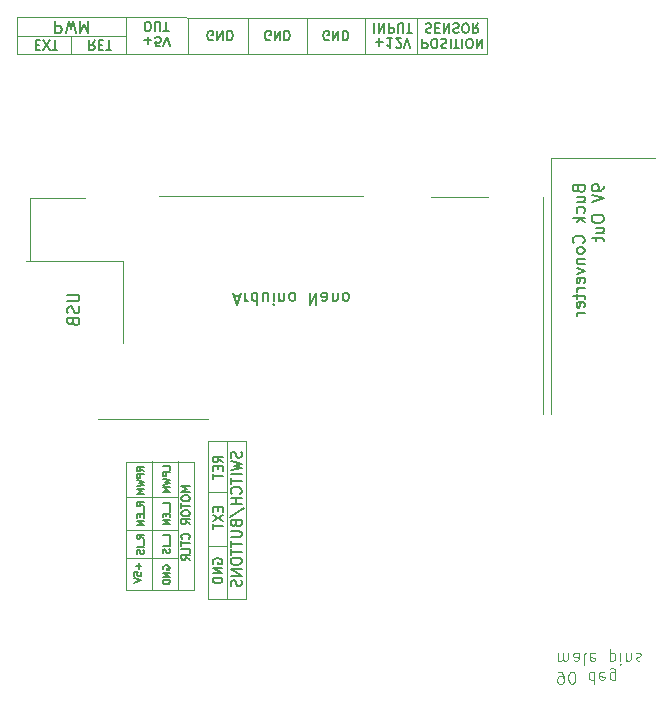
<source format=gbo>
G04 #@! TF.GenerationSoftware,KiCad,Pcbnew,9.0.4*
G04 #@! TF.CreationDate,2025-10-29T14:56:39-04:00*
G04 #@! TF.ProjectId,ArduinoBoard,41726475-696e-46f4-926f-6172642e6b69,1*
G04 #@! TF.SameCoordinates,Original*
G04 #@! TF.FileFunction,Legend,Bot*
G04 #@! TF.FilePolarity,Positive*
%FSLAX46Y46*%
G04 Gerber Fmt 4.6, Leading zero omitted, Abs format (unit mm)*
G04 Created by KiCad (PCBNEW 9.0.4) date 2025-10-29 14:56:39*
%MOMM*%
%LPD*%
G01*
G04 APERTURE LIST*
%ADD10C,0.100000*%
%ADD11C,0.200000*%
%ADD12C,0.150000*%
%ADD13C,0.175000*%
G04 APERTURE END LIST*
D10*
X60977500Y-80321250D02*
X62502500Y-80318750D01*
X89310000Y-73750000D02*
X89310000Y-55350000D01*
X53971042Y-83560000D02*
X58348542Y-83560000D01*
X53700000Y-67700000D02*
X53700000Y-60780000D01*
X54000000Y-40200000D02*
X54000000Y-43290000D01*
X62545000Y-76020000D02*
X62545000Y-89405000D01*
X89940000Y-52050000D02*
X98740000Y-52050000D01*
X45850000Y-55440105D02*
X50510000Y-55440000D01*
X58351042Y-77760000D02*
X58351042Y-88625000D01*
X56151042Y-77760000D02*
X56151042Y-88625000D01*
X56760456Y-55315407D02*
X74050000Y-55315338D01*
X60987500Y-84881250D02*
X62512500Y-84878750D01*
X89940000Y-73750000D02*
X89940000Y-52050000D01*
X60940000Y-76020000D02*
X64150000Y-76020000D01*
X64150000Y-89405000D01*
X60940000Y-89405000D01*
X60940000Y-76020000D01*
X45470000Y-60780000D02*
X53700000Y-60780000D01*
X53971042Y-77780000D02*
X59718542Y-77780000D01*
X59718542Y-88625000D01*
X53971042Y-88625000D01*
X53971042Y-77780000D01*
X53971042Y-80760000D02*
X58348542Y-80760000D01*
X79826438Y-55380000D02*
X84590000Y-55380000D01*
X45850000Y-60800000D02*
X45850000Y-55440105D01*
X53971042Y-85960000D02*
X58348542Y-85960000D01*
X51620000Y-74180000D02*
X60910000Y-74180000D01*
D11*
X61367790Y-86400476D02*
X61329695Y-86324286D01*
X61329695Y-86324286D02*
X61329695Y-86210000D01*
X61329695Y-86210000D02*
X61367790Y-86095714D01*
X61367790Y-86095714D02*
X61443980Y-86019524D01*
X61443980Y-86019524D02*
X61520171Y-85981429D01*
X61520171Y-85981429D02*
X61672552Y-85943333D01*
X61672552Y-85943333D02*
X61786838Y-85943333D01*
X61786838Y-85943333D02*
X61939219Y-85981429D01*
X61939219Y-85981429D02*
X62015409Y-86019524D01*
X62015409Y-86019524D02*
X62091600Y-86095714D01*
X62091600Y-86095714D02*
X62129695Y-86210000D01*
X62129695Y-86210000D02*
X62129695Y-86286191D01*
X62129695Y-86286191D02*
X62091600Y-86400476D01*
X62091600Y-86400476D02*
X62053504Y-86438572D01*
X62053504Y-86438572D02*
X61786838Y-86438572D01*
X61786838Y-86438572D02*
X61786838Y-86286191D01*
X62129695Y-86781429D02*
X61329695Y-86781429D01*
X61329695Y-86781429D02*
X62129695Y-87238572D01*
X62129695Y-87238572D02*
X61329695Y-87238572D01*
X62129695Y-87619524D02*
X61329695Y-87619524D01*
X61329695Y-87619524D02*
X61329695Y-87810000D01*
X61329695Y-87810000D02*
X61367790Y-87924286D01*
X61367790Y-87924286D02*
X61443980Y-88000476D01*
X61443980Y-88000476D02*
X61520171Y-88038571D01*
X61520171Y-88038571D02*
X61672552Y-88076667D01*
X61672552Y-88076667D02*
X61786838Y-88076667D01*
X61786838Y-88076667D02*
X61939219Y-88038571D01*
X61939219Y-88038571D02*
X62015409Y-88000476D01*
X62015409Y-88000476D02*
X62091600Y-87924286D01*
X62091600Y-87924286D02*
X62129695Y-87810000D01*
X62129695Y-87810000D02*
X62129695Y-87619524D01*
X62139695Y-77830952D02*
X61758742Y-77564285D01*
X62139695Y-77373809D02*
X61339695Y-77373809D01*
X61339695Y-77373809D02*
X61339695Y-77678571D01*
X61339695Y-77678571D02*
X61377790Y-77754761D01*
X61377790Y-77754761D02*
X61415885Y-77792856D01*
X61415885Y-77792856D02*
X61492076Y-77830952D01*
X61492076Y-77830952D02*
X61606361Y-77830952D01*
X61606361Y-77830952D02*
X61682552Y-77792856D01*
X61682552Y-77792856D02*
X61720647Y-77754761D01*
X61720647Y-77754761D02*
X61758742Y-77678571D01*
X61758742Y-77678571D02*
X61758742Y-77373809D01*
X61720647Y-78173809D02*
X61720647Y-78440475D01*
X62139695Y-78554761D02*
X62139695Y-78173809D01*
X62139695Y-78173809D02*
X61339695Y-78173809D01*
X61339695Y-78173809D02*
X61339695Y-78554761D01*
X61339695Y-78783333D02*
X61339695Y-79240476D01*
X62139695Y-79011904D02*
X61339695Y-79011904D01*
D12*
X55469813Y-81531429D02*
X55184099Y-81331429D01*
X55469813Y-81188572D02*
X54869813Y-81188572D01*
X54869813Y-81188572D02*
X54869813Y-81417143D01*
X54869813Y-81417143D02*
X54898384Y-81474286D01*
X54898384Y-81474286D02*
X54926956Y-81502857D01*
X54926956Y-81502857D02*
X54984099Y-81531429D01*
X54984099Y-81531429D02*
X55069813Y-81531429D01*
X55069813Y-81531429D02*
X55126956Y-81502857D01*
X55126956Y-81502857D02*
X55155527Y-81474286D01*
X55155527Y-81474286D02*
X55184099Y-81417143D01*
X55184099Y-81417143D02*
X55184099Y-81188572D01*
X55526956Y-81645715D02*
X55526956Y-82102857D01*
X55155527Y-82245715D02*
X55155527Y-82445715D01*
X55469813Y-82531429D02*
X55469813Y-82245715D01*
X55469813Y-82245715D02*
X54869813Y-82245715D01*
X54869813Y-82245715D02*
X54869813Y-82531429D01*
X55469813Y-82788572D02*
X54869813Y-82788572D01*
X54869813Y-82788572D02*
X55469813Y-83131429D01*
X55469813Y-83131429D02*
X54869813Y-83131429D01*
D11*
X92263437Y-54683006D02*
X92311056Y-54825863D01*
X92311056Y-54825863D02*
X92358675Y-54873482D01*
X92358675Y-54873482D02*
X92453913Y-54921101D01*
X92453913Y-54921101D02*
X92596770Y-54921101D01*
X92596770Y-54921101D02*
X92692008Y-54873482D01*
X92692008Y-54873482D02*
X92739628Y-54825863D01*
X92739628Y-54825863D02*
X92787247Y-54730625D01*
X92787247Y-54730625D02*
X92787247Y-54349673D01*
X92787247Y-54349673D02*
X91787247Y-54349673D01*
X91787247Y-54349673D02*
X91787247Y-54683006D01*
X91787247Y-54683006D02*
X91834866Y-54778244D01*
X91834866Y-54778244D02*
X91882485Y-54825863D01*
X91882485Y-54825863D02*
X91977723Y-54873482D01*
X91977723Y-54873482D02*
X92072961Y-54873482D01*
X92072961Y-54873482D02*
X92168199Y-54825863D01*
X92168199Y-54825863D02*
X92215818Y-54778244D01*
X92215818Y-54778244D02*
X92263437Y-54683006D01*
X92263437Y-54683006D02*
X92263437Y-54349673D01*
X92120580Y-55778244D02*
X92787247Y-55778244D01*
X92120580Y-55349673D02*
X92644389Y-55349673D01*
X92644389Y-55349673D02*
X92739628Y-55397292D01*
X92739628Y-55397292D02*
X92787247Y-55492530D01*
X92787247Y-55492530D02*
X92787247Y-55635387D01*
X92787247Y-55635387D02*
X92739628Y-55730625D01*
X92739628Y-55730625D02*
X92692008Y-55778244D01*
X92739628Y-56683006D02*
X92787247Y-56587768D01*
X92787247Y-56587768D02*
X92787247Y-56397292D01*
X92787247Y-56397292D02*
X92739628Y-56302054D01*
X92739628Y-56302054D02*
X92692008Y-56254435D01*
X92692008Y-56254435D02*
X92596770Y-56206816D01*
X92596770Y-56206816D02*
X92311056Y-56206816D01*
X92311056Y-56206816D02*
X92215818Y-56254435D01*
X92215818Y-56254435D02*
X92168199Y-56302054D01*
X92168199Y-56302054D02*
X92120580Y-56397292D01*
X92120580Y-56397292D02*
X92120580Y-56587768D01*
X92120580Y-56587768D02*
X92168199Y-56683006D01*
X92787247Y-57111578D02*
X91787247Y-57111578D01*
X92406294Y-57206816D02*
X92787247Y-57492530D01*
X92120580Y-57492530D02*
X92501532Y-57111578D01*
X92692008Y-59254435D02*
X92739628Y-59206816D01*
X92739628Y-59206816D02*
X92787247Y-59063959D01*
X92787247Y-59063959D02*
X92787247Y-58968721D01*
X92787247Y-58968721D02*
X92739628Y-58825864D01*
X92739628Y-58825864D02*
X92644389Y-58730626D01*
X92644389Y-58730626D02*
X92549151Y-58683007D01*
X92549151Y-58683007D02*
X92358675Y-58635388D01*
X92358675Y-58635388D02*
X92215818Y-58635388D01*
X92215818Y-58635388D02*
X92025342Y-58683007D01*
X92025342Y-58683007D02*
X91930104Y-58730626D01*
X91930104Y-58730626D02*
X91834866Y-58825864D01*
X91834866Y-58825864D02*
X91787247Y-58968721D01*
X91787247Y-58968721D02*
X91787247Y-59063959D01*
X91787247Y-59063959D02*
X91834866Y-59206816D01*
X91834866Y-59206816D02*
X91882485Y-59254435D01*
X92787247Y-59825864D02*
X92739628Y-59730626D01*
X92739628Y-59730626D02*
X92692008Y-59683007D01*
X92692008Y-59683007D02*
X92596770Y-59635388D01*
X92596770Y-59635388D02*
X92311056Y-59635388D01*
X92311056Y-59635388D02*
X92215818Y-59683007D01*
X92215818Y-59683007D02*
X92168199Y-59730626D01*
X92168199Y-59730626D02*
X92120580Y-59825864D01*
X92120580Y-59825864D02*
X92120580Y-59968721D01*
X92120580Y-59968721D02*
X92168199Y-60063959D01*
X92168199Y-60063959D02*
X92215818Y-60111578D01*
X92215818Y-60111578D02*
X92311056Y-60159197D01*
X92311056Y-60159197D02*
X92596770Y-60159197D01*
X92596770Y-60159197D02*
X92692008Y-60111578D01*
X92692008Y-60111578D02*
X92739628Y-60063959D01*
X92739628Y-60063959D02*
X92787247Y-59968721D01*
X92787247Y-59968721D02*
X92787247Y-59825864D01*
X92120580Y-60587769D02*
X92787247Y-60587769D01*
X92215818Y-60587769D02*
X92168199Y-60635388D01*
X92168199Y-60635388D02*
X92120580Y-60730626D01*
X92120580Y-60730626D02*
X92120580Y-60873483D01*
X92120580Y-60873483D02*
X92168199Y-60968721D01*
X92168199Y-60968721D02*
X92263437Y-61016340D01*
X92263437Y-61016340D02*
X92787247Y-61016340D01*
X92120580Y-61397293D02*
X92787247Y-61635388D01*
X92787247Y-61635388D02*
X92120580Y-61873483D01*
X92739628Y-62635388D02*
X92787247Y-62540150D01*
X92787247Y-62540150D02*
X92787247Y-62349674D01*
X92787247Y-62349674D02*
X92739628Y-62254436D01*
X92739628Y-62254436D02*
X92644389Y-62206817D01*
X92644389Y-62206817D02*
X92263437Y-62206817D01*
X92263437Y-62206817D02*
X92168199Y-62254436D01*
X92168199Y-62254436D02*
X92120580Y-62349674D01*
X92120580Y-62349674D02*
X92120580Y-62540150D01*
X92120580Y-62540150D02*
X92168199Y-62635388D01*
X92168199Y-62635388D02*
X92263437Y-62683007D01*
X92263437Y-62683007D02*
X92358675Y-62683007D01*
X92358675Y-62683007D02*
X92453913Y-62206817D01*
X92787247Y-63111579D02*
X92120580Y-63111579D01*
X92311056Y-63111579D02*
X92215818Y-63159198D01*
X92215818Y-63159198D02*
X92168199Y-63206817D01*
X92168199Y-63206817D02*
X92120580Y-63302055D01*
X92120580Y-63302055D02*
X92120580Y-63397293D01*
X92120580Y-63587770D02*
X92120580Y-63968722D01*
X91787247Y-63730627D02*
X92644389Y-63730627D01*
X92644389Y-63730627D02*
X92739628Y-63778246D01*
X92739628Y-63778246D02*
X92787247Y-63873484D01*
X92787247Y-63873484D02*
X92787247Y-63968722D01*
X92739628Y-64683008D02*
X92787247Y-64587770D01*
X92787247Y-64587770D02*
X92787247Y-64397294D01*
X92787247Y-64397294D02*
X92739628Y-64302056D01*
X92739628Y-64302056D02*
X92644389Y-64254437D01*
X92644389Y-64254437D02*
X92263437Y-64254437D01*
X92263437Y-64254437D02*
X92168199Y-64302056D01*
X92168199Y-64302056D02*
X92120580Y-64397294D01*
X92120580Y-64397294D02*
X92120580Y-64587770D01*
X92120580Y-64587770D02*
X92168199Y-64683008D01*
X92168199Y-64683008D02*
X92263437Y-64730627D01*
X92263437Y-64730627D02*
X92358675Y-64730627D01*
X92358675Y-64730627D02*
X92453913Y-64254437D01*
X92787247Y-65159199D02*
X92120580Y-65159199D01*
X92311056Y-65159199D02*
X92215818Y-65206818D01*
X92215818Y-65206818D02*
X92168199Y-65254437D01*
X92168199Y-65254437D02*
X92120580Y-65349675D01*
X92120580Y-65349675D02*
X92120580Y-65444913D01*
X94397191Y-54397292D02*
X94397191Y-54587768D01*
X94397191Y-54587768D02*
X94349572Y-54683006D01*
X94349572Y-54683006D02*
X94301952Y-54730625D01*
X94301952Y-54730625D02*
X94159095Y-54825863D01*
X94159095Y-54825863D02*
X93968619Y-54873482D01*
X93968619Y-54873482D02*
X93587667Y-54873482D01*
X93587667Y-54873482D02*
X93492429Y-54825863D01*
X93492429Y-54825863D02*
X93444810Y-54778244D01*
X93444810Y-54778244D02*
X93397191Y-54683006D01*
X93397191Y-54683006D02*
X93397191Y-54492530D01*
X93397191Y-54492530D02*
X93444810Y-54397292D01*
X93444810Y-54397292D02*
X93492429Y-54349673D01*
X93492429Y-54349673D02*
X93587667Y-54302054D01*
X93587667Y-54302054D02*
X93825762Y-54302054D01*
X93825762Y-54302054D02*
X93921000Y-54349673D01*
X93921000Y-54349673D02*
X93968619Y-54397292D01*
X93968619Y-54397292D02*
X94016238Y-54492530D01*
X94016238Y-54492530D02*
X94016238Y-54683006D01*
X94016238Y-54683006D02*
X93968619Y-54778244D01*
X93968619Y-54778244D02*
X93921000Y-54825863D01*
X93921000Y-54825863D02*
X93825762Y-54873482D01*
X93397191Y-55159197D02*
X94397191Y-55492530D01*
X94397191Y-55492530D02*
X93397191Y-55825863D01*
X93397191Y-57111578D02*
X93397191Y-57302054D01*
X93397191Y-57302054D02*
X93444810Y-57397292D01*
X93444810Y-57397292D02*
X93540048Y-57492530D01*
X93540048Y-57492530D02*
X93730524Y-57540149D01*
X93730524Y-57540149D02*
X94063857Y-57540149D01*
X94063857Y-57540149D02*
X94254333Y-57492530D01*
X94254333Y-57492530D02*
X94349572Y-57397292D01*
X94349572Y-57397292D02*
X94397191Y-57302054D01*
X94397191Y-57302054D02*
X94397191Y-57111578D01*
X94397191Y-57111578D02*
X94349572Y-57016340D01*
X94349572Y-57016340D02*
X94254333Y-56921102D01*
X94254333Y-56921102D02*
X94063857Y-56873483D01*
X94063857Y-56873483D02*
X93730524Y-56873483D01*
X93730524Y-56873483D02*
X93540048Y-56921102D01*
X93540048Y-56921102D02*
X93444810Y-57016340D01*
X93444810Y-57016340D02*
X93397191Y-57111578D01*
X93730524Y-58397292D02*
X94397191Y-58397292D01*
X93730524Y-57968721D02*
X94254333Y-57968721D01*
X94254333Y-57968721D02*
X94349572Y-58016340D01*
X94349572Y-58016340D02*
X94397191Y-58111578D01*
X94397191Y-58111578D02*
X94397191Y-58254435D01*
X94397191Y-58254435D02*
X94349572Y-58349673D01*
X94349572Y-58349673D02*
X94301952Y-58397292D01*
X93730524Y-58730626D02*
X93730524Y-59111578D01*
X93397191Y-58873483D02*
X94254333Y-58873483D01*
X94254333Y-58873483D02*
X94349572Y-58921102D01*
X94349572Y-58921102D02*
X94397191Y-59016340D01*
X94397191Y-59016340D02*
X94397191Y-59111578D01*
D12*
X55041242Y-86388571D02*
X55041242Y-86845714D01*
X55269813Y-86617142D02*
X54812670Y-86617142D01*
X54669813Y-87417142D02*
X54669813Y-87131428D01*
X54669813Y-87131428D02*
X54955527Y-87102856D01*
X54955527Y-87102856D02*
X54926956Y-87131428D01*
X54926956Y-87131428D02*
X54898384Y-87188571D01*
X54898384Y-87188571D02*
X54898384Y-87331428D01*
X54898384Y-87331428D02*
X54926956Y-87388571D01*
X54926956Y-87388571D02*
X54955527Y-87417142D01*
X54955527Y-87417142D02*
X55012670Y-87445713D01*
X55012670Y-87445713D02*
X55155527Y-87445713D01*
X55155527Y-87445713D02*
X55212670Y-87417142D01*
X55212670Y-87417142D02*
X55241242Y-87388571D01*
X55241242Y-87388571D02*
X55269813Y-87331428D01*
X55269813Y-87331428D02*
X55269813Y-87188571D01*
X55269813Y-87188571D02*
X55241242Y-87131428D01*
X55241242Y-87131428D02*
X55212670Y-87102856D01*
X54669813Y-87617142D02*
X55269813Y-87817142D01*
X55269813Y-87817142D02*
X54669813Y-88017142D01*
X57098384Y-86902857D02*
X57069813Y-86845715D01*
X57069813Y-86845715D02*
X57069813Y-86760000D01*
X57069813Y-86760000D02*
X57098384Y-86674286D01*
X57098384Y-86674286D02*
X57155527Y-86617143D01*
X57155527Y-86617143D02*
X57212670Y-86588572D01*
X57212670Y-86588572D02*
X57326956Y-86560000D01*
X57326956Y-86560000D02*
X57412670Y-86560000D01*
X57412670Y-86560000D02*
X57526956Y-86588572D01*
X57526956Y-86588572D02*
X57584099Y-86617143D01*
X57584099Y-86617143D02*
X57641242Y-86674286D01*
X57641242Y-86674286D02*
X57669813Y-86760000D01*
X57669813Y-86760000D02*
X57669813Y-86817143D01*
X57669813Y-86817143D02*
X57641242Y-86902857D01*
X57641242Y-86902857D02*
X57612670Y-86931429D01*
X57612670Y-86931429D02*
X57412670Y-86931429D01*
X57412670Y-86931429D02*
X57412670Y-86817143D01*
X57669813Y-87188572D02*
X57069813Y-87188572D01*
X57069813Y-87188572D02*
X57669813Y-87531429D01*
X57669813Y-87531429D02*
X57069813Y-87531429D01*
X57669813Y-87817143D02*
X57069813Y-87817143D01*
X57069813Y-87817143D02*
X57069813Y-87960000D01*
X57069813Y-87960000D02*
X57098384Y-88045714D01*
X57098384Y-88045714D02*
X57155527Y-88102857D01*
X57155527Y-88102857D02*
X57212670Y-88131428D01*
X57212670Y-88131428D02*
X57326956Y-88160000D01*
X57326956Y-88160000D02*
X57412670Y-88160000D01*
X57412670Y-88160000D02*
X57526956Y-88131428D01*
X57526956Y-88131428D02*
X57584099Y-88102857D01*
X57584099Y-88102857D02*
X57641242Y-88045714D01*
X57641242Y-88045714D02*
X57669813Y-87960000D01*
X57669813Y-87960000D02*
X57669813Y-87817143D01*
D11*
X63122054Y-63768495D02*
X63598244Y-63768495D01*
X63026816Y-63482780D02*
X63360149Y-64482780D01*
X63360149Y-64482780D02*
X63693482Y-63482780D01*
X64026816Y-63482780D02*
X64026816Y-64149447D01*
X64026816Y-63958971D02*
X64074435Y-64054209D01*
X64074435Y-64054209D02*
X64122054Y-64101828D01*
X64122054Y-64101828D02*
X64217292Y-64149447D01*
X64217292Y-64149447D02*
X64312530Y-64149447D01*
X65074435Y-63482780D02*
X65074435Y-64482780D01*
X65074435Y-63530400D02*
X64979197Y-63482780D01*
X64979197Y-63482780D02*
X64788721Y-63482780D01*
X64788721Y-63482780D02*
X64693483Y-63530400D01*
X64693483Y-63530400D02*
X64645864Y-63578019D01*
X64645864Y-63578019D02*
X64598245Y-63673257D01*
X64598245Y-63673257D02*
X64598245Y-63958971D01*
X64598245Y-63958971D02*
X64645864Y-64054209D01*
X64645864Y-64054209D02*
X64693483Y-64101828D01*
X64693483Y-64101828D02*
X64788721Y-64149447D01*
X64788721Y-64149447D02*
X64979197Y-64149447D01*
X64979197Y-64149447D02*
X65074435Y-64101828D01*
X65979197Y-64149447D02*
X65979197Y-63482780D01*
X65550626Y-64149447D02*
X65550626Y-63625638D01*
X65550626Y-63625638D02*
X65598245Y-63530400D01*
X65598245Y-63530400D02*
X65693483Y-63482780D01*
X65693483Y-63482780D02*
X65836340Y-63482780D01*
X65836340Y-63482780D02*
X65931578Y-63530400D01*
X65931578Y-63530400D02*
X65979197Y-63578019D01*
X66455388Y-63482780D02*
X66455388Y-64149447D01*
X66455388Y-64482780D02*
X66407769Y-64435161D01*
X66407769Y-64435161D02*
X66455388Y-64387542D01*
X66455388Y-64387542D02*
X66503007Y-64435161D01*
X66503007Y-64435161D02*
X66455388Y-64482780D01*
X66455388Y-64482780D02*
X66455388Y-64387542D01*
X66931578Y-64149447D02*
X66931578Y-63482780D01*
X66931578Y-64054209D02*
X66979197Y-64101828D01*
X66979197Y-64101828D02*
X67074435Y-64149447D01*
X67074435Y-64149447D02*
X67217292Y-64149447D01*
X67217292Y-64149447D02*
X67312530Y-64101828D01*
X67312530Y-64101828D02*
X67360149Y-64006590D01*
X67360149Y-64006590D02*
X67360149Y-63482780D01*
X67979197Y-63482780D02*
X67883959Y-63530400D01*
X67883959Y-63530400D02*
X67836340Y-63578019D01*
X67836340Y-63578019D02*
X67788721Y-63673257D01*
X67788721Y-63673257D02*
X67788721Y-63958971D01*
X67788721Y-63958971D02*
X67836340Y-64054209D01*
X67836340Y-64054209D02*
X67883959Y-64101828D01*
X67883959Y-64101828D02*
X67979197Y-64149447D01*
X67979197Y-64149447D02*
X68122054Y-64149447D01*
X68122054Y-64149447D02*
X68217292Y-64101828D01*
X68217292Y-64101828D02*
X68264911Y-64054209D01*
X68264911Y-64054209D02*
X68312530Y-63958971D01*
X68312530Y-63958971D02*
X68312530Y-63673257D01*
X68312530Y-63673257D02*
X68264911Y-63578019D01*
X68264911Y-63578019D02*
X68217292Y-63530400D01*
X68217292Y-63530400D02*
X68122054Y-63482780D01*
X68122054Y-63482780D02*
X67979197Y-63482780D01*
X69503007Y-63482780D02*
X69503007Y-64482780D01*
X69503007Y-64482780D02*
X70074435Y-63482780D01*
X70074435Y-63482780D02*
X70074435Y-64482780D01*
X70979197Y-63482780D02*
X70979197Y-64006590D01*
X70979197Y-64006590D02*
X70931578Y-64101828D01*
X70931578Y-64101828D02*
X70836340Y-64149447D01*
X70836340Y-64149447D02*
X70645864Y-64149447D01*
X70645864Y-64149447D02*
X70550626Y-64101828D01*
X70979197Y-63530400D02*
X70883959Y-63482780D01*
X70883959Y-63482780D02*
X70645864Y-63482780D01*
X70645864Y-63482780D02*
X70550626Y-63530400D01*
X70550626Y-63530400D02*
X70503007Y-63625638D01*
X70503007Y-63625638D02*
X70503007Y-63720876D01*
X70503007Y-63720876D02*
X70550626Y-63816114D01*
X70550626Y-63816114D02*
X70645864Y-63863733D01*
X70645864Y-63863733D02*
X70883959Y-63863733D01*
X70883959Y-63863733D02*
X70979197Y-63911352D01*
X71455388Y-64149447D02*
X71455388Y-63482780D01*
X71455388Y-64054209D02*
X71503007Y-64101828D01*
X71503007Y-64101828D02*
X71598245Y-64149447D01*
X71598245Y-64149447D02*
X71741102Y-64149447D01*
X71741102Y-64149447D02*
X71836340Y-64101828D01*
X71836340Y-64101828D02*
X71883959Y-64006590D01*
X71883959Y-64006590D02*
X71883959Y-63482780D01*
X72503007Y-63482780D02*
X72407769Y-63530400D01*
X72407769Y-63530400D02*
X72360150Y-63578019D01*
X72360150Y-63578019D02*
X72312531Y-63673257D01*
X72312531Y-63673257D02*
X72312531Y-63958971D01*
X72312531Y-63958971D02*
X72360150Y-64054209D01*
X72360150Y-64054209D02*
X72407769Y-64101828D01*
X72407769Y-64101828D02*
X72503007Y-64149447D01*
X72503007Y-64149447D02*
X72645864Y-64149447D01*
X72645864Y-64149447D02*
X72741102Y-64101828D01*
X72741102Y-64101828D02*
X72788721Y-64054209D01*
X72788721Y-64054209D02*
X72836340Y-63958971D01*
X72836340Y-63958971D02*
X72836340Y-63673257D01*
X72836340Y-63673257D02*
X72788721Y-63578019D01*
X72788721Y-63578019D02*
X72741102Y-63530400D01*
X72741102Y-63530400D02*
X72645864Y-63482780D01*
X72645864Y-63482780D02*
X72503007Y-63482780D01*
D13*
X59363275Y-79870000D02*
X58663275Y-79870000D01*
X58663275Y-79870000D02*
X59163275Y-80103334D01*
X59163275Y-80103334D02*
X58663275Y-80336667D01*
X58663275Y-80336667D02*
X59363275Y-80336667D01*
X58663275Y-80803334D02*
X58663275Y-80936667D01*
X58663275Y-80936667D02*
X58696608Y-81003334D01*
X58696608Y-81003334D02*
X58763275Y-81070000D01*
X58763275Y-81070000D02*
X58896608Y-81103334D01*
X58896608Y-81103334D02*
X59129942Y-81103334D01*
X59129942Y-81103334D02*
X59263275Y-81070000D01*
X59263275Y-81070000D02*
X59329942Y-81003334D01*
X59329942Y-81003334D02*
X59363275Y-80936667D01*
X59363275Y-80936667D02*
X59363275Y-80803334D01*
X59363275Y-80803334D02*
X59329942Y-80736667D01*
X59329942Y-80736667D02*
X59263275Y-80670000D01*
X59263275Y-80670000D02*
X59129942Y-80636667D01*
X59129942Y-80636667D02*
X58896608Y-80636667D01*
X58896608Y-80636667D02*
X58763275Y-80670000D01*
X58763275Y-80670000D02*
X58696608Y-80736667D01*
X58696608Y-80736667D02*
X58663275Y-80803334D01*
X58663275Y-81303333D02*
X58663275Y-81703333D01*
X59363275Y-81503333D02*
X58663275Y-81503333D01*
X58663275Y-82070000D02*
X58663275Y-82203333D01*
X58663275Y-82203333D02*
X58696608Y-82270000D01*
X58696608Y-82270000D02*
X58763275Y-82336666D01*
X58763275Y-82336666D02*
X58896608Y-82370000D01*
X58896608Y-82370000D02*
X59129942Y-82370000D01*
X59129942Y-82370000D02*
X59263275Y-82336666D01*
X59263275Y-82336666D02*
X59329942Y-82270000D01*
X59329942Y-82270000D02*
X59363275Y-82203333D01*
X59363275Y-82203333D02*
X59363275Y-82070000D01*
X59363275Y-82070000D02*
X59329942Y-82003333D01*
X59329942Y-82003333D02*
X59263275Y-81936666D01*
X59263275Y-81936666D02*
X59129942Y-81903333D01*
X59129942Y-81903333D02*
X58896608Y-81903333D01*
X58896608Y-81903333D02*
X58763275Y-81936666D01*
X58763275Y-81936666D02*
X58696608Y-82003333D01*
X58696608Y-82003333D02*
X58663275Y-82070000D01*
X59363275Y-83069999D02*
X59029942Y-82836666D01*
X59363275Y-82669999D02*
X58663275Y-82669999D01*
X58663275Y-82669999D02*
X58663275Y-82936666D01*
X58663275Y-82936666D02*
X58696608Y-83003333D01*
X58696608Y-83003333D02*
X58729942Y-83036666D01*
X58729942Y-83036666D02*
X58796608Y-83069999D01*
X58796608Y-83069999D02*
X58896608Y-83069999D01*
X58896608Y-83069999D02*
X58963275Y-83036666D01*
X58963275Y-83036666D02*
X58996608Y-83003333D01*
X58996608Y-83003333D02*
X59029942Y-82936666D01*
X59029942Y-82936666D02*
X59029942Y-82669999D01*
X59296608Y-84303332D02*
X59329942Y-84269999D01*
X59329942Y-84269999D02*
X59363275Y-84169999D01*
X59363275Y-84169999D02*
X59363275Y-84103332D01*
X59363275Y-84103332D02*
X59329942Y-84003332D01*
X59329942Y-84003332D02*
X59263275Y-83936666D01*
X59263275Y-83936666D02*
X59196608Y-83903332D01*
X59196608Y-83903332D02*
X59063275Y-83869999D01*
X59063275Y-83869999D02*
X58963275Y-83869999D01*
X58963275Y-83869999D02*
X58829942Y-83903332D01*
X58829942Y-83903332D02*
X58763275Y-83936666D01*
X58763275Y-83936666D02*
X58696608Y-84003332D01*
X58696608Y-84003332D02*
X58663275Y-84103332D01*
X58663275Y-84103332D02*
X58663275Y-84169999D01*
X58663275Y-84169999D02*
X58696608Y-84269999D01*
X58696608Y-84269999D02*
X58729942Y-84303332D01*
X58663275Y-84503332D02*
X58663275Y-84903332D01*
X59363275Y-84703332D02*
X58663275Y-84703332D01*
X59363275Y-85469999D02*
X59363275Y-85136665D01*
X59363275Y-85136665D02*
X58663275Y-85136665D01*
X59363275Y-86103332D02*
X59029942Y-85869999D01*
X59363275Y-85703332D02*
X58663275Y-85703332D01*
X58663275Y-85703332D02*
X58663275Y-85969999D01*
X58663275Y-85969999D02*
X58696608Y-86036666D01*
X58696608Y-86036666D02*
X58729942Y-86069999D01*
X58729942Y-86069999D02*
X58796608Y-86103332D01*
X58796608Y-86103332D02*
X58896608Y-86103332D01*
X58896608Y-86103332D02*
X58963275Y-86069999D01*
X58963275Y-86069999D02*
X58996608Y-86036666D01*
X58996608Y-86036666D02*
X59029942Y-85969999D01*
X59029942Y-85969999D02*
X59029942Y-85703332D01*
D12*
X57669813Y-78460000D02*
X57669813Y-78174286D01*
X57669813Y-78174286D02*
X57069813Y-78174286D01*
X57669813Y-78660000D02*
X57069813Y-78660000D01*
X57069813Y-78660000D02*
X57069813Y-78888571D01*
X57069813Y-78888571D02*
X57098384Y-78945714D01*
X57098384Y-78945714D02*
X57126956Y-78974285D01*
X57126956Y-78974285D02*
X57184099Y-79002857D01*
X57184099Y-79002857D02*
X57269813Y-79002857D01*
X57269813Y-79002857D02*
X57326956Y-78974285D01*
X57326956Y-78974285D02*
X57355527Y-78945714D01*
X57355527Y-78945714D02*
X57384099Y-78888571D01*
X57384099Y-78888571D02*
X57384099Y-78660000D01*
X57069813Y-79202857D02*
X57669813Y-79345714D01*
X57669813Y-79345714D02*
X57241242Y-79460000D01*
X57241242Y-79460000D02*
X57669813Y-79574285D01*
X57669813Y-79574285D02*
X57069813Y-79717143D01*
X57669813Y-79945714D02*
X57069813Y-79945714D01*
X57069813Y-79945714D02*
X57498384Y-80145714D01*
X57498384Y-80145714D02*
X57069813Y-80345714D01*
X57069813Y-80345714D02*
X57669813Y-80345714D01*
D11*
X61740647Y-81652857D02*
X61740647Y-81919523D01*
X62159695Y-82033809D02*
X62159695Y-81652857D01*
X62159695Y-81652857D02*
X61359695Y-81652857D01*
X61359695Y-81652857D02*
X61359695Y-82033809D01*
X61359695Y-82300476D02*
X62159695Y-82833810D01*
X61359695Y-82833810D02*
X62159695Y-82300476D01*
X61359695Y-83024286D02*
X61359695Y-83481429D01*
X62159695Y-83252857D02*
X61359695Y-83252857D01*
D12*
X55469813Y-84288571D02*
X55184099Y-84088571D01*
X55469813Y-83945714D02*
X54869813Y-83945714D01*
X54869813Y-83945714D02*
X54869813Y-84174285D01*
X54869813Y-84174285D02*
X54898384Y-84231428D01*
X54898384Y-84231428D02*
X54926956Y-84259999D01*
X54926956Y-84259999D02*
X54984099Y-84288571D01*
X54984099Y-84288571D02*
X55069813Y-84288571D01*
X55069813Y-84288571D02*
X55126956Y-84259999D01*
X55126956Y-84259999D02*
X55155527Y-84231428D01*
X55155527Y-84231428D02*
X55184099Y-84174285D01*
X55184099Y-84174285D02*
X55184099Y-83945714D01*
X55526956Y-84402857D02*
X55526956Y-84859999D01*
X55469813Y-85002857D02*
X54869813Y-85002857D01*
X55441242Y-85259999D02*
X55469813Y-85345714D01*
X55469813Y-85345714D02*
X55469813Y-85488571D01*
X55469813Y-85488571D02*
X55441242Y-85545714D01*
X55441242Y-85545714D02*
X55412670Y-85574285D01*
X55412670Y-85574285D02*
X55355527Y-85602856D01*
X55355527Y-85602856D02*
X55298384Y-85602856D01*
X55298384Y-85602856D02*
X55241242Y-85574285D01*
X55241242Y-85574285D02*
X55212670Y-85545714D01*
X55212670Y-85545714D02*
X55184099Y-85488571D01*
X55184099Y-85488571D02*
X55155527Y-85374285D01*
X55155527Y-85374285D02*
X55126956Y-85317142D01*
X55126956Y-85317142D02*
X55098384Y-85288571D01*
X55098384Y-85288571D02*
X55041242Y-85259999D01*
X55041242Y-85259999D02*
X54984099Y-85259999D01*
X54984099Y-85259999D02*
X54926956Y-85288571D01*
X54926956Y-85288571D02*
X54898384Y-85317142D01*
X54898384Y-85317142D02*
X54869813Y-85374285D01*
X54869813Y-85374285D02*
X54869813Y-85517142D01*
X54869813Y-85517142D02*
X54898384Y-85602856D01*
D11*
X63703100Y-76920001D02*
X63745957Y-77048573D01*
X63745957Y-77048573D02*
X63745957Y-77262858D01*
X63745957Y-77262858D02*
X63703100Y-77348573D01*
X63703100Y-77348573D02*
X63660242Y-77391430D01*
X63660242Y-77391430D02*
X63574528Y-77434287D01*
X63574528Y-77434287D02*
X63488814Y-77434287D01*
X63488814Y-77434287D02*
X63403100Y-77391430D01*
X63403100Y-77391430D02*
X63360242Y-77348573D01*
X63360242Y-77348573D02*
X63317385Y-77262858D01*
X63317385Y-77262858D02*
X63274528Y-77091430D01*
X63274528Y-77091430D02*
X63231671Y-77005715D01*
X63231671Y-77005715D02*
X63188814Y-76962858D01*
X63188814Y-76962858D02*
X63103100Y-76920001D01*
X63103100Y-76920001D02*
X63017385Y-76920001D01*
X63017385Y-76920001D02*
X62931671Y-76962858D01*
X62931671Y-76962858D02*
X62888814Y-77005715D01*
X62888814Y-77005715D02*
X62845957Y-77091430D01*
X62845957Y-77091430D02*
X62845957Y-77305715D01*
X62845957Y-77305715D02*
X62888814Y-77434287D01*
X62845957Y-77734287D02*
X63745957Y-77948573D01*
X63745957Y-77948573D02*
X63103100Y-78120001D01*
X63103100Y-78120001D02*
X63745957Y-78291430D01*
X63745957Y-78291430D02*
X62845957Y-78505716D01*
X63745957Y-78848572D02*
X62845957Y-78848572D01*
X62845957Y-79148572D02*
X62845957Y-79662858D01*
X63745957Y-79405715D02*
X62845957Y-79405715D01*
X63660242Y-80477143D02*
X63703100Y-80434286D01*
X63703100Y-80434286D02*
X63745957Y-80305714D01*
X63745957Y-80305714D02*
X63745957Y-80220000D01*
X63745957Y-80220000D02*
X63703100Y-80091429D01*
X63703100Y-80091429D02*
X63617385Y-80005714D01*
X63617385Y-80005714D02*
X63531671Y-79962857D01*
X63531671Y-79962857D02*
X63360242Y-79920000D01*
X63360242Y-79920000D02*
X63231671Y-79920000D01*
X63231671Y-79920000D02*
X63060242Y-79962857D01*
X63060242Y-79962857D02*
X62974528Y-80005714D01*
X62974528Y-80005714D02*
X62888814Y-80091429D01*
X62888814Y-80091429D02*
X62845957Y-80220000D01*
X62845957Y-80220000D02*
X62845957Y-80305714D01*
X62845957Y-80305714D02*
X62888814Y-80434286D01*
X62888814Y-80434286D02*
X62931671Y-80477143D01*
X63745957Y-80862857D02*
X62845957Y-80862857D01*
X63274528Y-80862857D02*
X63274528Y-81377143D01*
X63745957Y-81377143D02*
X62845957Y-81377143D01*
X62803100Y-82448571D02*
X63960242Y-81677143D01*
X63274528Y-83048571D02*
X63317385Y-83177143D01*
X63317385Y-83177143D02*
X63360242Y-83220000D01*
X63360242Y-83220000D02*
X63445957Y-83262857D01*
X63445957Y-83262857D02*
X63574528Y-83262857D01*
X63574528Y-83262857D02*
X63660242Y-83220000D01*
X63660242Y-83220000D02*
X63703100Y-83177143D01*
X63703100Y-83177143D02*
X63745957Y-83091428D01*
X63745957Y-83091428D02*
X63745957Y-82748571D01*
X63745957Y-82748571D02*
X62845957Y-82748571D01*
X62845957Y-82748571D02*
X62845957Y-83048571D01*
X62845957Y-83048571D02*
X62888814Y-83134286D01*
X62888814Y-83134286D02*
X62931671Y-83177143D01*
X62931671Y-83177143D02*
X63017385Y-83220000D01*
X63017385Y-83220000D02*
X63103100Y-83220000D01*
X63103100Y-83220000D02*
X63188814Y-83177143D01*
X63188814Y-83177143D02*
X63231671Y-83134286D01*
X63231671Y-83134286D02*
X63274528Y-83048571D01*
X63274528Y-83048571D02*
X63274528Y-82748571D01*
X62845957Y-83648571D02*
X63574528Y-83648571D01*
X63574528Y-83648571D02*
X63660242Y-83691428D01*
X63660242Y-83691428D02*
X63703100Y-83734286D01*
X63703100Y-83734286D02*
X63745957Y-83820000D01*
X63745957Y-83820000D02*
X63745957Y-83991428D01*
X63745957Y-83991428D02*
X63703100Y-84077143D01*
X63703100Y-84077143D02*
X63660242Y-84120000D01*
X63660242Y-84120000D02*
X63574528Y-84162857D01*
X63574528Y-84162857D02*
X62845957Y-84162857D01*
X62845957Y-84462857D02*
X62845957Y-84977143D01*
X63745957Y-84720000D02*
X62845957Y-84720000D01*
X62845957Y-85148571D02*
X62845957Y-85662857D01*
X63745957Y-85405714D02*
X62845957Y-85405714D01*
X62845957Y-86134285D02*
X62845957Y-86305713D01*
X62845957Y-86305713D02*
X62888814Y-86391428D01*
X62888814Y-86391428D02*
X62974528Y-86477142D01*
X62974528Y-86477142D02*
X63145957Y-86519999D01*
X63145957Y-86519999D02*
X63445957Y-86519999D01*
X63445957Y-86519999D02*
X63617385Y-86477142D01*
X63617385Y-86477142D02*
X63703100Y-86391428D01*
X63703100Y-86391428D02*
X63745957Y-86305713D01*
X63745957Y-86305713D02*
X63745957Y-86134285D01*
X63745957Y-86134285D02*
X63703100Y-86048571D01*
X63703100Y-86048571D02*
X63617385Y-85962856D01*
X63617385Y-85962856D02*
X63445957Y-85919999D01*
X63445957Y-85919999D02*
X63145957Y-85919999D01*
X63145957Y-85919999D02*
X62974528Y-85962856D01*
X62974528Y-85962856D02*
X62888814Y-86048571D01*
X62888814Y-86048571D02*
X62845957Y-86134285D01*
X63745957Y-86905713D02*
X62845957Y-86905713D01*
X62845957Y-86905713D02*
X63745957Y-87419999D01*
X63745957Y-87419999D02*
X62845957Y-87419999D01*
X63703100Y-87805713D02*
X63745957Y-87934285D01*
X63745957Y-87934285D02*
X63745957Y-88148570D01*
X63745957Y-88148570D02*
X63703100Y-88234285D01*
X63703100Y-88234285D02*
X63660242Y-88277142D01*
X63660242Y-88277142D02*
X63574528Y-88319999D01*
X63574528Y-88319999D02*
X63488814Y-88319999D01*
X63488814Y-88319999D02*
X63403100Y-88277142D01*
X63403100Y-88277142D02*
X63360242Y-88234285D01*
X63360242Y-88234285D02*
X63317385Y-88148570D01*
X63317385Y-88148570D02*
X63274528Y-87977142D01*
X63274528Y-87977142D02*
X63231671Y-87891427D01*
X63231671Y-87891427D02*
X63188814Y-87848570D01*
X63188814Y-87848570D02*
X63103100Y-87805713D01*
X63103100Y-87805713D02*
X63017385Y-87805713D01*
X63017385Y-87805713D02*
X62931671Y-87848570D01*
X62931671Y-87848570D02*
X62888814Y-87891427D01*
X62888814Y-87891427D02*
X62845957Y-87977142D01*
X62845957Y-87977142D02*
X62845957Y-88191427D01*
X62845957Y-88191427D02*
X62888814Y-88319999D01*
D12*
X57669813Y-81531429D02*
X57669813Y-81245715D01*
X57669813Y-81245715D02*
X57069813Y-81245715D01*
X57726956Y-81588572D02*
X57726956Y-82045714D01*
X57355527Y-82188572D02*
X57355527Y-82388572D01*
X57669813Y-82474286D02*
X57669813Y-82188572D01*
X57669813Y-82188572D02*
X57069813Y-82188572D01*
X57069813Y-82188572D02*
X57069813Y-82474286D01*
X57669813Y-82731429D02*
X57069813Y-82731429D01*
X57069813Y-82731429D02*
X57669813Y-83074286D01*
X57669813Y-83074286D02*
X57069813Y-83074286D01*
D10*
X90571503Y-95577524D02*
X90761979Y-95577524D01*
X90761979Y-95577524D02*
X90857217Y-95625144D01*
X90857217Y-95625144D02*
X90904836Y-95672763D01*
X90904836Y-95672763D02*
X91000074Y-95815620D01*
X91000074Y-95815620D02*
X91047693Y-96006096D01*
X91047693Y-96006096D02*
X91047693Y-96387048D01*
X91047693Y-96387048D02*
X91000074Y-96482286D01*
X91000074Y-96482286D02*
X90952455Y-96529905D01*
X90952455Y-96529905D02*
X90857217Y-96577524D01*
X90857217Y-96577524D02*
X90666741Y-96577524D01*
X90666741Y-96577524D02*
X90571503Y-96529905D01*
X90571503Y-96529905D02*
X90523884Y-96482286D01*
X90523884Y-96482286D02*
X90476265Y-96387048D01*
X90476265Y-96387048D02*
X90476265Y-96148953D01*
X90476265Y-96148953D02*
X90523884Y-96053715D01*
X90523884Y-96053715D02*
X90571503Y-96006096D01*
X90571503Y-96006096D02*
X90666741Y-95958477D01*
X90666741Y-95958477D02*
X90857217Y-95958477D01*
X90857217Y-95958477D02*
X90952455Y-96006096D01*
X90952455Y-96006096D02*
X91000074Y-96053715D01*
X91000074Y-96053715D02*
X91047693Y-96148953D01*
X91666741Y-96577524D02*
X91761979Y-96577524D01*
X91761979Y-96577524D02*
X91857217Y-96529905D01*
X91857217Y-96529905D02*
X91904836Y-96482286D01*
X91904836Y-96482286D02*
X91952455Y-96387048D01*
X91952455Y-96387048D02*
X92000074Y-96196572D01*
X92000074Y-96196572D02*
X92000074Y-95958477D01*
X92000074Y-95958477D02*
X91952455Y-95768001D01*
X91952455Y-95768001D02*
X91904836Y-95672763D01*
X91904836Y-95672763D02*
X91857217Y-95625144D01*
X91857217Y-95625144D02*
X91761979Y-95577524D01*
X91761979Y-95577524D02*
X91666741Y-95577524D01*
X91666741Y-95577524D02*
X91571503Y-95625144D01*
X91571503Y-95625144D02*
X91523884Y-95672763D01*
X91523884Y-95672763D02*
X91476265Y-95768001D01*
X91476265Y-95768001D02*
X91428646Y-95958477D01*
X91428646Y-95958477D02*
X91428646Y-96196572D01*
X91428646Y-96196572D02*
X91476265Y-96387048D01*
X91476265Y-96387048D02*
X91523884Y-96482286D01*
X91523884Y-96482286D02*
X91571503Y-96529905D01*
X91571503Y-96529905D02*
X91666741Y-96577524D01*
X93619122Y-95577524D02*
X93619122Y-96577524D01*
X93619122Y-95625144D02*
X93523884Y-95577524D01*
X93523884Y-95577524D02*
X93333408Y-95577524D01*
X93333408Y-95577524D02*
X93238170Y-95625144D01*
X93238170Y-95625144D02*
X93190551Y-95672763D01*
X93190551Y-95672763D02*
X93142932Y-95768001D01*
X93142932Y-95768001D02*
X93142932Y-96053715D01*
X93142932Y-96053715D02*
X93190551Y-96148953D01*
X93190551Y-96148953D02*
X93238170Y-96196572D01*
X93238170Y-96196572D02*
X93333408Y-96244191D01*
X93333408Y-96244191D02*
X93523884Y-96244191D01*
X93523884Y-96244191D02*
X93619122Y-96196572D01*
X94476265Y-95625144D02*
X94381027Y-95577524D01*
X94381027Y-95577524D02*
X94190551Y-95577524D01*
X94190551Y-95577524D02*
X94095313Y-95625144D01*
X94095313Y-95625144D02*
X94047694Y-95720382D01*
X94047694Y-95720382D02*
X94047694Y-96101334D01*
X94047694Y-96101334D02*
X94095313Y-96196572D01*
X94095313Y-96196572D02*
X94190551Y-96244191D01*
X94190551Y-96244191D02*
X94381027Y-96244191D01*
X94381027Y-96244191D02*
X94476265Y-96196572D01*
X94476265Y-96196572D02*
X94523884Y-96101334D01*
X94523884Y-96101334D02*
X94523884Y-96006096D01*
X94523884Y-96006096D02*
X94047694Y-95910858D01*
X95381027Y-96244191D02*
X95381027Y-95434667D01*
X95381027Y-95434667D02*
X95333408Y-95339429D01*
X95333408Y-95339429D02*
X95285789Y-95291810D01*
X95285789Y-95291810D02*
X95190551Y-95244191D01*
X95190551Y-95244191D02*
X95047694Y-95244191D01*
X95047694Y-95244191D02*
X94952456Y-95291810D01*
X95381027Y-95625144D02*
X95285789Y-95577524D01*
X95285789Y-95577524D02*
X95095313Y-95577524D01*
X95095313Y-95577524D02*
X95000075Y-95625144D01*
X95000075Y-95625144D02*
X94952456Y-95672763D01*
X94952456Y-95672763D02*
X94904837Y-95768001D01*
X94904837Y-95768001D02*
X94904837Y-96053715D01*
X94904837Y-96053715D02*
X94952456Y-96148953D01*
X94952456Y-96148953D02*
X95000075Y-96196572D01*
X95000075Y-96196572D02*
X95095313Y-96244191D01*
X95095313Y-96244191D02*
X95285789Y-96244191D01*
X95285789Y-96244191D02*
X95381027Y-96196572D01*
X90523884Y-93967580D02*
X90523884Y-94634247D01*
X90523884Y-94539009D02*
X90571503Y-94586628D01*
X90571503Y-94586628D02*
X90666741Y-94634247D01*
X90666741Y-94634247D02*
X90809598Y-94634247D01*
X90809598Y-94634247D02*
X90904836Y-94586628D01*
X90904836Y-94586628D02*
X90952455Y-94491390D01*
X90952455Y-94491390D02*
X90952455Y-93967580D01*
X90952455Y-94491390D02*
X91000074Y-94586628D01*
X91000074Y-94586628D02*
X91095312Y-94634247D01*
X91095312Y-94634247D02*
X91238169Y-94634247D01*
X91238169Y-94634247D02*
X91333408Y-94586628D01*
X91333408Y-94586628D02*
X91381027Y-94491390D01*
X91381027Y-94491390D02*
X91381027Y-93967580D01*
X92285788Y-93967580D02*
X92285788Y-94491390D01*
X92285788Y-94491390D02*
X92238169Y-94586628D01*
X92238169Y-94586628D02*
X92142931Y-94634247D01*
X92142931Y-94634247D02*
X91952455Y-94634247D01*
X91952455Y-94634247D02*
X91857217Y-94586628D01*
X92285788Y-94015200D02*
X92190550Y-93967580D01*
X92190550Y-93967580D02*
X91952455Y-93967580D01*
X91952455Y-93967580D02*
X91857217Y-94015200D01*
X91857217Y-94015200D02*
X91809598Y-94110438D01*
X91809598Y-94110438D02*
X91809598Y-94205676D01*
X91809598Y-94205676D02*
X91857217Y-94300914D01*
X91857217Y-94300914D02*
X91952455Y-94348533D01*
X91952455Y-94348533D02*
X92190550Y-94348533D01*
X92190550Y-94348533D02*
X92285788Y-94396152D01*
X92904836Y-93967580D02*
X92809598Y-94015200D01*
X92809598Y-94015200D02*
X92761979Y-94110438D01*
X92761979Y-94110438D02*
X92761979Y-94967580D01*
X93666741Y-94015200D02*
X93571503Y-93967580D01*
X93571503Y-93967580D02*
X93381027Y-93967580D01*
X93381027Y-93967580D02*
X93285789Y-94015200D01*
X93285789Y-94015200D02*
X93238170Y-94110438D01*
X93238170Y-94110438D02*
X93238170Y-94491390D01*
X93238170Y-94491390D02*
X93285789Y-94586628D01*
X93285789Y-94586628D02*
X93381027Y-94634247D01*
X93381027Y-94634247D02*
X93571503Y-94634247D01*
X93571503Y-94634247D02*
X93666741Y-94586628D01*
X93666741Y-94586628D02*
X93714360Y-94491390D01*
X93714360Y-94491390D02*
X93714360Y-94396152D01*
X93714360Y-94396152D02*
X93238170Y-94300914D01*
X94904837Y-94634247D02*
X94904837Y-93634247D01*
X94904837Y-94586628D02*
X95000075Y-94634247D01*
X95000075Y-94634247D02*
X95190551Y-94634247D01*
X95190551Y-94634247D02*
X95285789Y-94586628D01*
X95285789Y-94586628D02*
X95333408Y-94539009D01*
X95333408Y-94539009D02*
X95381027Y-94443771D01*
X95381027Y-94443771D02*
X95381027Y-94158057D01*
X95381027Y-94158057D02*
X95333408Y-94062819D01*
X95333408Y-94062819D02*
X95285789Y-94015200D01*
X95285789Y-94015200D02*
X95190551Y-93967580D01*
X95190551Y-93967580D02*
X95000075Y-93967580D01*
X95000075Y-93967580D02*
X94904837Y-94015200D01*
X95809599Y-93967580D02*
X95809599Y-94634247D01*
X95809599Y-94967580D02*
X95761980Y-94919961D01*
X95761980Y-94919961D02*
X95809599Y-94872342D01*
X95809599Y-94872342D02*
X95857218Y-94919961D01*
X95857218Y-94919961D02*
X95809599Y-94967580D01*
X95809599Y-94967580D02*
X95809599Y-94872342D01*
X96285789Y-94634247D02*
X96285789Y-93967580D01*
X96285789Y-94539009D02*
X96333408Y-94586628D01*
X96333408Y-94586628D02*
X96428646Y-94634247D01*
X96428646Y-94634247D02*
X96571503Y-94634247D01*
X96571503Y-94634247D02*
X96666741Y-94586628D01*
X96666741Y-94586628D02*
X96714360Y-94491390D01*
X96714360Y-94491390D02*
X96714360Y-93967580D01*
X97142932Y-94015200D02*
X97238170Y-93967580D01*
X97238170Y-93967580D02*
X97428646Y-93967580D01*
X97428646Y-93967580D02*
X97523884Y-94015200D01*
X97523884Y-94015200D02*
X97571503Y-94110438D01*
X97571503Y-94110438D02*
X97571503Y-94158057D01*
X97571503Y-94158057D02*
X97523884Y-94253295D01*
X97523884Y-94253295D02*
X97428646Y-94300914D01*
X97428646Y-94300914D02*
X97285789Y-94300914D01*
X97285789Y-94300914D02*
X97190551Y-94348533D01*
X97190551Y-94348533D02*
X97142932Y-94443771D01*
X97142932Y-94443771D02*
X97142932Y-94491390D01*
X97142932Y-94491390D02*
X97190551Y-94586628D01*
X97190551Y-94586628D02*
X97285789Y-94634247D01*
X97285789Y-94634247D02*
X97428646Y-94634247D01*
X97428646Y-94634247D02*
X97523884Y-94586628D01*
D12*
X55469813Y-78560000D02*
X55184099Y-78360000D01*
X55469813Y-78217143D02*
X54869813Y-78217143D01*
X54869813Y-78217143D02*
X54869813Y-78445714D01*
X54869813Y-78445714D02*
X54898384Y-78502857D01*
X54898384Y-78502857D02*
X54926956Y-78531428D01*
X54926956Y-78531428D02*
X54984099Y-78560000D01*
X54984099Y-78560000D02*
X55069813Y-78560000D01*
X55069813Y-78560000D02*
X55126956Y-78531428D01*
X55126956Y-78531428D02*
X55155527Y-78502857D01*
X55155527Y-78502857D02*
X55184099Y-78445714D01*
X55184099Y-78445714D02*
X55184099Y-78217143D01*
X55469813Y-78817143D02*
X54869813Y-78817143D01*
X54869813Y-78817143D02*
X54869813Y-79045714D01*
X54869813Y-79045714D02*
X54898384Y-79102857D01*
X54898384Y-79102857D02*
X54926956Y-79131428D01*
X54926956Y-79131428D02*
X54984099Y-79160000D01*
X54984099Y-79160000D02*
X55069813Y-79160000D01*
X55069813Y-79160000D02*
X55126956Y-79131428D01*
X55126956Y-79131428D02*
X55155527Y-79102857D01*
X55155527Y-79102857D02*
X55184099Y-79045714D01*
X55184099Y-79045714D02*
X55184099Y-78817143D01*
X54869813Y-79360000D02*
X55469813Y-79502857D01*
X55469813Y-79502857D02*
X55041242Y-79617143D01*
X55041242Y-79617143D02*
X55469813Y-79731428D01*
X55469813Y-79731428D02*
X54869813Y-79874286D01*
X55469813Y-80102857D02*
X54869813Y-80102857D01*
X54869813Y-80102857D02*
X55298384Y-80302857D01*
X55298384Y-80302857D02*
X54869813Y-80502857D01*
X54869813Y-80502857D02*
X55469813Y-80502857D01*
D11*
X49007219Y-63639673D02*
X49816742Y-63639673D01*
X49816742Y-63639673D02*
X49911980Y-63687292D01*
X49911980Y-63687292D02*
X49959600Y-63734911D01*
X49959600Y-63734911D02*
X50007219Y-63830149D01*
X50007219Y-63830149D02*
X50007219Y-64020625D01*
X50007219Y-64020625D02*
X49959600Y-64115863D01*
X49959600Y-64115863D02*
X49911980Y-64163482D01*
X49911980Y-64163482D02*
X49816742Y-64211101D01*
X49816742Y-64211101D02*
X49007219Y-64211101D01*
X49959600Y-64639673D02*
X50007219Y-64782530D01*
X50007219Y-64782530D02*
X50007219Y-65020625D01*
X50007219Y-65020625D02*
X49959600Y-65115863D01*
X49959600Y-65115863D02*
X49911980Y-65163482D01*
X49911980Y-65163482D02*
X49816742Y-65211101D01*
X49816742Y-65211101D02*
X49721504Y-65211101D01*
X49721504Y-65211101D02*
X49626266Y-65163482D01*
X49626266Y-65163482D02*
X49578647Y-65115863D01*
X49578647Y-65115863D02*
X49531028Y-65020625D01*
X49531028Y-65020625D02*
X49483409Y-64830149D01*
X49483409Y-64830149D02*
X49435790Y-64734911D01*
X49435790Y-64734911D02*
X49388171Y-64687292D01*
X49388171Y-64687292D02*
X49292933Y-64639673D01*
X49292933Y-64639673D02*
X49197695Y-64639673D01*
X49197695Y-64639673D02*
X49102457Y-64687292D01*
X49102457Y-64687292D02*
X49054838Y-64734911D01*
X49054838Y-64734911D02*
X49007219Y-64830149D01*
X49007219Y-64830149D02*
X49007219Y-65068244D01*
X49007219Y-65068244D02*
X49054838Y-65211101D01*
X49483409Y-65973006D02*
X49531028Y-66115863D01*
X49531028Y-66115863D02*
X49578647Y-66163482D01*
X49578647Y-66163482D02*
X49673885Y-66211101D01*
X49673885Y-66211101D02*
X49816742Y-66211101D01*
X49816742Y-66211101D02*
X49911980Y-66163482D01*
X49911980Y-66163482D02*
X49959600Y-66115863D01*
X49959600Y-66115863D02*
X50007219Y-66020625D01*
X50007219Y-66020625D02*
X50007219Y-65639673D01*
X50007219Y-65639673D02*
X49007219Y-65639673D01*
X49007219Y-65639673D02*
X49007219Y-65973006D01*
X49007219Y-65973006D02*
X49054838Y-66068244D01*
X49054838Y-66068244D02*
X49102457Y-66115863D01*
X49102457Y-66115863D02*
X49197695Y-66163482D01*
X49197695Y-66163482D02*
X49292933Y-66163482D01*
X49292933Y-66163482D02*
X49388171Y-66115863D01*
X49388171Y-66115863D02*
X49435790Y-66068244D01*
X49435790Y-66068244D02*
X49483409Y-65973006D01*
X49483409Y-65973006D02*
X49483409Y-65639673D01*
D12*
X57669813Y-84288571D02*
X57669813Y-84002857D01*
X57669813Y-84002857D02*
X57069813Y-84002857D01*
X57726956Y-84345714D02*
X57726956Y-84802856D01*
X57669813Y-84945714D02*
X57069813Y-84945714D01*
X57641242Y-85202856D02*
X57669813Y-85288571D01*
X57669813Y-85288571D02*
X57669813Y-85431428D01*
X57669813Y-85431428D02*
X57641242Y-85488571D01*
X57641242Y-85488571D02*
X57612670Y-85517142D01*
X57612670Y-85517142D02*
X57555527Y-85545713D01*
X57555527Y-85545713D02*
X57498384Y-85545713D01*
X57498384Y-85545713D02*
X57441242Y-85517142D01*
X57441242Y-85517142D02*
X57412670Y-85488571D01*
X57412670Y-85488571D02*
X57384099Y-85431428D01*
X57384099Y-85431428D02*
X57355527Y-85317142D01*
X57355527Y-85317142D02*
X57326956Y-85259999D01*
X57326956Y-85259999D02*
X57298384Y-85231428D01*
X57298384Y-85231428D02*
X57241242Y-85202856D01*
X57241242Y-85202856D02*
X57184099Y-85202856D01*
X57184099Y-85202856D02*
X57126956Y-85231428D01*
X57126956Y-85231428D02*
X57098384Y-85259999D01*
X57098384Y-85259999D02*
X57069813Y-85317142D01*
X57069813Y-85317142D02*
X57069813Y-85459999D01*
X57069813Y-85459999D02*
X57098384Y-85545713D01*
D11*
X47970238Y-40447780D02*
X47970238Y-41447780D01*
X47970238Y-41447780D02*
X48351190Y-41447780D01*
X48351190Y-41447780D02*
X48446428Y-41400161D01*
X48446428Y-41400161D02*
X48494047Y-41352542D01*
X48494047Y-41352542D02*
X48541666Y-41257304D01*
X48541666Y-41257304D02*
X48541666Y-41114447D01*
X48541666Y-41114447D02*
X48494047Y-41019209D01*
X48494047Y-41019209D02*
X48446428Y-40971590D01*
X48446428Y-40971590D02*
X48351190Y-40923971D01*
X48351190Y-40923971D02*
X47970238Y-40923971D01*
X48875000Y-41447780D02*
X49113095Y-40447780D01*
X49113095Y-40447780D02*
X49303571Y-41162066D01*
X49303571Y-41162066D02*
X49494047Y-40447780D01*
X49494047Y-40447780D02*
X49732143Y-41447780D01*
X50113095Y-40447780D02*
X50113095Y-41447780D01*
X50113095Y-41447780D02*
X50446428Y-40733495D01*
X50446428Y-40733495D02*
X50779761Y-41447780D01*
X50779761Y-41447780D02*
X50779761Y-40447780D01*
X55496429Y-42109043D02*
X56105953Y-42109043D01*
X55801191Y-41804281D02*
X55801191Y-42413805D01*
X56867857Y-42604281D02*
X56486905Y-42604281D01*
X56486905Y-42604281D02*
X56448809Y-42223329D01*
X56448809Y-42223329D02*
X56486905Y-42261424D01*
X56486905Y-42261424D02*
X56563095Y-42299519D01*
X56563095Y-42299519D02*
X56753571Y-42299519D01*
X56753571Y-42299519D02*
X56829762Y-42261424D01*
X56829762Y-42261424D02*
X56867857Y-42223329D01*
X56867857Y-42223329D02*
X56905952Y-42147138D01*
X56905952Y-42147138D02*
X56905952Y-41956662D01*
X56905952Y-41956662D02*
X56867857Y-41880472D01*
X56867857Y-41880472D02*
X56829762Y-41842377D01*
X56829762Y-41842377D02*
X56753571Y-41804281D01*
X56753571Y-41804281D02*
X56563095Y-41804281D01*
X56563095Y-41804281D02*
X56486905Y-41842377D01*
X56486905Y-41842377D02*
X56448809Y-41880472D01*
X57134524Y-42604281D02*
X57401191Y-41804281D01*
X57401191Y-41804281D02*
X57667857Y-42604281D01*
X55725000Y-41316326D02*
X55877381Y-41316326D01*
X55877381Y-41316326D02*
X55953571Y-41278231D01*
X55953571Y-41278231D02*
X56029762Y-41202041D01*
X56029762Y-41202041D02*
X56067857Y-41049660D01*
X56067857Y-41049660D02*
X56067857Y-40782993D01*
X56067857Y-40782993D02*
X56029762Y-40630612D01*
X56029762Y-40630612D02*
X55953571Y-40554422D01*
X55953571Y-40554422D02*
X55877381Y-40516326D01*
X55877381Y-40516326D02*
X55725000Y-40516326D01*
X55725000Y-40516326D02*
X55648809Y-40554422D01*
X55648809Y-40554422D02*
X55572619Y-40630612D01*
X55572619Y-40630612D02*
X55534523Y-40782993D01*
X55534523Y-40782993D02*
X55534523Y-41049660D01*
X55534523Y-41049660D02*
X55572619Y-41202041D01*
X55572619Y-41202041D02*
X55648809Y-41278231D01*
X55648809Y-41278231D02*
X55725000Y-41316326D01*
X56410714Y-41316326D02*
X56410714Y-40668707D01*
X56410714Y-40668707D02*
X56448809Y-40592517D01*
X56448809Y-40592517D02*
X56486904Y-40554422D01*
X56486904Y-40554422D02*
X56563095Y-40516326D01*
X56563095Y-40516326D02*
X56715476Y-40516326D01*
X56715476Y-40516326D02*
X56791666Y-40554422D01*
X56791666Y-40554422D02*
X56829761Y-40592517D01*
X56829761Y-40592517D02*
X56867857Y-40668707D01*
X56867857Y-40668707D02*
X56867857Y-41316326D01*
X57134523Y-41316326D02*
X57591666Y-41316326D01*
X57363094Y-40516326D02*
X57363094Y-41316326D01*
X79041667Y-41964281D02*
X79041667Y-42764281D01*
X79041667Y-42764281D02*
X79346429Y-42764281D01*
X79346429Y-42764281D02*
X79422619Y-42726186D01*
X79422619Y-42726186D02*
X79460714Y-42688091D01*
X79460714Y-42688091D02*
X79498810Y-42611900D01*
X79498810Y-42611900D02*
X79498810Y-42497615D01*
X79498810Y-42497615D02*
X79460714Y-42421424D01*
X79460714Y-42421424D02*
X79422619Y-42383329D01*
X79422619Y-42383329D02*
X79346429Y-42345234D01*
X79346429Y-42345234D02*
X79041667Y-42345234D01*
X79994048Y-42764281D02*
X80146429Y-42764281D01*
X80146429Y-42764281D02*
X80222619Y-42726186D01*
X80222619Y-42726186D02*
X80298810Y-42649996D01*
X80298810Y-42649996D02*
X80336905Y-42497615D01*
X80336905Y-42497615D02*
X80336905Y-42230948D01*
X80336905Y-42230948D02*
X80298810Y-42078567D01*
X80298810Y-42078567D02*
X80222619Y-42002377D01*
X80222619Y-42002377D02*
X80146429Y-41964281D01*
X80146429Y-41964281D02*
X79994048Y-41964281D01*
X79994048Y-41964281D02*
X79917857Y-42002377D01*
X79917857Y-42002377D02*
X79841667Y-42078567D01*
X79841667Y-42078567D02*
X79803571Y-42230948D01*
X79803571Y-42230948D02*
X79803571Y-42497615D01*
X79803571Y-42497615D02*
X79841667Y-42649996D01*
X79841667Y-42649996D02*
X79917857Y-42726186D01*
X79917857Y-42726186D02*
X79994048Y-42764281D01*
X80641666Y-42002377D02*
X80755952Y-41964281D01*
X80755952Y-41964281D02*
X80946428Y-41964281D01*
X80946428Y-41964281D02*
X81022619Y-42002377D01*
X81022619Y-42002377D02*
X81060714Y-42040472D01*
X81060714Y-42040472D02*
X81098809Y-42116662D01*
X81098809Y-42116662D02*
X81098809Y-42192853D01*
X81098809Y-42192853D02*
X81060714Y-42269043D01*
X81060714Y-42269043D02*
X81022619Y-42307138D01*
X81022619Y-42307138D02*
X80946428Y-42345234D01*
X80946428Y-42345234D02*
X80794047Y-42383329D01*
X80794047Y-42383329D02*
X80717857Y-42421424D01*
X80717857Y-42421424D02*
X80679762Y-42459519D01*
X80679762Y-42459519D02*
X80641666Y-42535710D01*
X80641666Y-42535710D02*
X80641666Y-42611900D01*
X80641666Y-42611900D02*
X80679762Y-42688091D01*
X80679762Y-42688091D02*
X80717857Y-42726186D01*
X80717857Y-42726186D02*
X80794047Y-42764281D01*
X80794047Y-42764281D02*
X80984524Y-42764281D01*
X80984524Y-42764281D02*
X81098809Y-42726186D01*
X81441667Y-41964281D02*
X81441667Y-42764281D01*
X81708333Y-42764281D02*
X82165476Y-42764281D01*
X81936904Y-41964281D02*
X81936904Y-42764281D01*
X82432143Y-41964281D02*
X82432143Y-42764281D01*
X82965476Y-42764281D02*
X83117857Y-42764281D01*
X83117857Y-42764281D02*
X83194047Y-42726186D01*
X83194047Y-42726186D02*
X83270238Y-42649996D01*
X83270238Y-42649996D02*
X83308333Y-42497615D01*
X83308333Y-42497615D02*
X83308333Y-42230948D01*
X83308333Y-42230948D02*
X83270238Y-42078567D01*
X83270238Y-42078567D02*
X83194047Y-42002377D01*
X83194047Y-42002377D02*
X83117857Y-41964281D01*
X83117857Y-41964281D02*
X82965476Y-41964281D01*
X82965476Y-41964281D02*
X82889285Y-42002377D01*
X82889285Y-42002377D02*
X82813095Y-42078567D01*
X82813095Y-42078567D02*
X82774999Y-42230948D01*
X82774999Y-42230948D02*
X82774999Y-42497615D01*
X82774999Y-42497615D02*
X82813095Y-42649996D01*
X82813095Y-42649996D02*
X82889285Y-42726186D01*
X82889285Y-42726186D02*
X82965476Y-42764281D01*
X83651190Y-41964281D02*
X83651190Y-42764281D01*
X83651190Y-42764281D02*
X84108333Y-41964281D01*
X84108333Y-41964281D02*
X84108333Y-42764281D01*
X79365475Y-40714422D02*
X79479761Y-40676326D01*
X79479761Y-40676326D02*
X79670237Y-40676326D01*
X79670237Y-40676326D02*
X79746428Y-40714422D01*
X79746428Y-40714422D02*
X79784523Y-40752517D01*
X79784523Y-40752517D02*
X79822618Y-40828707D01*
X79822618Y-40828707D02*
X79822618Y-40904898D01*
X79822618Y-40904898D02*
X79784523Y-40981088D01*
X79784523Y-40981088D02*
X79746428Y-41019183D01*
X79746428Y-41019183D02*
X79670237Y-41057279D01*
X79670237Y-41057279D02*
X79517856Y-41095374D01*
X79517856Y-41095374D02*
X79441666Y-41133469D01*
X79441666Y-41133469D02*
X79403571Y-41171564D01*
X79403571Y-41171564D02*
X79365475Y-41247755D01*
X79365475Y-41247755D02*
X79365475Y-41323945D01*
X79365475Y-41323945D02*
X79403571Y-41400136D01*
X79403571Y-41400136D02*
X79441666Y-41438231D01*
X79441666Y-41438231D02*
X79517856Y-41476326D01*
X79517856Y-41476326D02*
X79708333Y-41476326D01*
X79708333Y-41476326D02*
X79822618Y-41438231D01*
X80165476Y-41095374D02*
X80432142Y-41095374D01*
X80546428Y-40676326D02*
X80165476Y-40676326D01*
X80165476Y-40676326D02*
X80165476Y-41476326D01*
X80165476Y-41476326D02*
X80546428Y-41476326D01*
X80889286Y-40676326D02*
X80889286Y-41476326D01*
X80889286Y-41476326D02*
X81346429Y-40676326D01*
X81346429Y-40676326D02*
X81346429Y-41476326D01*
X81689285Y-40714422D02*
X81803571Y-40676326D01*
X81803571Y-40676326D02*
X81994047Y-40676326D01*
X81994047Y-40676326D02*
X82070238Y-40714422D01*
X82070238Y-40714422D02*
X82108333Y-40752517D01*
X82108333Y-40752517D02*
X82146428Y-40828707D01*
X82146428Y-40828707D02*
X82146428Y-40904898D01*
X82146428Y-40904898D02*
X82108333Y-40981088D01*
X82108333Y-40981088D02*
X82070238Y-41019183D01*
X82070238Y-41019183D02*
X81994047Y-41057279D01*
X81994047Y-41057279D02*
X81841666Y-41095374D01*
X81841666Y-41095374D02*
X81765476Y-41133469D01*
X81765476Y-41133469D02*
X81727381Y-41171564D01*
X81727381Y-41171564D02*
X81689285Y-41247755D01*
X81689285Y-41247755D02*
X81689285Y-41323945D01*
X81689285Y-41323945D02*
X81727381Y-41400136D01*
X81727381Y-41400136D02*
X81765476Y-41438231D01*
X81765476Y-41438231D02*
X81841666Y-41476326D01*
X81841666Y-41476326D02*
X82032143Y-41476326D01*
X82032143Y-41476326D02*
X82146428Y-41438231D01*
X82641667Y-41476326D02*
X82794048Y-41476326D01*
X82794048Y-41476326D02*
X82870238Y-41438231D01*
X82870238Y-41438231D02*
X82946429Y-41362041D01*
X82946429Y-41362041D02*
X82984524Y-41209660D01*
X82984524Y-41209660D02*
X82984524Y-40942993D01*
X82984524Y-40942993D02*
X82946429Y-40790612D01*
X82946429Y-40790612D02*
X82870238Y-40714422D01*
X82870238Y-40714422D02*
X82794048Y-40676326D01*
X82794048Y-40676326D02*
X82641667Y-40676326D01*
X82641667Y-40676326D02*
X82565476Y-40714422D01*
X82565476Y-40714422D02*
X82489286Y-40790612D01*
X82489286Y-40790612D02*
X82451190Y-40942993D01*
X82451190Y-40942993D02*
X82451190Y-41209660D01*
X82451190Y-41209660D02*
X82489286Y-41362041D01*
X82489286Y-41362041D02*
X82565476Y-41438231D01*
X82565476Y-41438231D02*
X82641667Y-41476326D01*
X83784524Y-40676326D02*
X83517857Y-41057279D01*
X83327381Y-40676326D02*
X83327381Y-41476326D01*
X83327381Y-41476326D02*
X83632143Y-41476326D01*
X83632143Y-41476326D02*
X83708333Y-41438231D01*
X83708333Y-41438231D02*
X83746428Y-41400136D01*
X83746428Y-41400136D02*
X83784524Y-41323945D01*
X83784524Y-41323945D02*
X83784524Y-41209660D01*
X83784524Y-41209660D02*
X83746428Y-41133469D01*
X83746428Y-41133469D02*
X83708333Y-41095374D01*
X83708333Y-41095374D02*
X83632143Y-41057279D01*
X83632143Y-41057279D02*
X83327381Y-41057279D01*
X75115476Y-42239043D02*
X75725000Y-42239043D01*
X75420238Y-41934281D02*
X75420238Y-42543805D01*
X76524999Y-41934281D02*
X76067856Y-41934281D01*
X76296428Y-41934281D02*
X76296428Y-42734281D01*
X76296428Y-42734281D02*
X76220237Y-42619996D01*
X76220237Y-42619996D02*
X76144047Y-42543805D01*
X76144047Y-42543805D02*
X76067856Y-42505710D01*
X76829761Y-42658091D02*
X76867857Y-42696186D01*
X76867857Y-42696186D02*
X76944047Y-42734281D01*
X76944047Y-42734281D02*
X77134523Y-42734281D01*
X77134523Y-42734281D02*
X77210714Y-42696186D01*
X77210714Y-42696186D02*
X77248809Y-42658091D01*
X77248809Y-42658091D02*
X77286904Y-42581900D01*
X77286904Y-42581900D02*
X77286904Y-42505710D01*
X77286904Y-42505710D02*
X77248809Y-42391424D01*
X77248809Y-42391424D02*
X76791666Y-41934281D01*
X76791666Y-41934281D02*
X77286904Y-41934281D01*
X77515476Y-42734281D02*
X77782143Y-41934281D01*
X77782143Y-41934281D02*
X78048809Y-42734281D01*
X74982143Y-40646326D02*
X74982143Y-41446326D01*
X75363095Y-40646326D02*
X75363095Y-41446326D01*
X75363095Y-41446326D02*
X75820238Y-40646326D01*
X75820238Y-40646326D02*
X75820238Y-41446326D01*
X76201190Y-40646326D02*
X76201190Y-41446326D01*
X76201190Y-41446326D02*
X76505952Y-41446326D01*
X76505952Y-41446326D02*
X76582142Y-41408231D01*
X76582142Y-41408231D02*
X76620237Y-41370136D01*
X76620237Y-41370136D02*
X76658333Y-41293945D01*
X76658333Y-41293945D02*
X76658333Y-41179660D01*
X76658333Y-41179660D02*
X76620237Y-41103469D01*
X76620237Y-41103469D02*
X76582142Y-41065374D01*
X76582142Y-41065374D02*
X76505952Y-41027279D01*
X76505952Y-41027279D02*
X76201190Y-41027279D01*
X77001190Y-41446326D02*
X77001190Y-40798707D01*
X77001190Y-40798707D02*
X77039285Y-40722517D01*
X77039285Y-40722517D02*
X77077380Y-40684422D01*
X77077380Y-40684422D02*
X77153571Y-40646326D01*
X77153571Y-40646326D02*
X77305952Y-40646326D01*
X77305952Y-40646326D02*
X77382142Y-40684422D01*
X77382142Y-40684422D02*
X77420237Y-40722517D01*
X77420237Y-40722517D02*
X77458333Y-40798707D01*
X77458333Y-40798707D02*
X77458333Y-41446326D01*
X77724999Y-41446326D02*
X78182142Y-41446326D01*
X77953570Y-40646326D02*
X77953570Y-41446326D01*
X61316101Y-42070209D02*
X61239911Y-42108304D01*
X61239911Y-42108304D02*
X61125625Y-42108304D01*
X61125625Y-42108304D02*
X61011339Y-42070209D01*
X61011339Y-42070209D02*
X60935149Y-41994019D01*
X60935149Y-41994019D02*
X60897054Y-41917828D01*
X60897054Y-41917828D02*
X60858958Y-41765447D01*
X60858958Y-41765447D02*
X60858958Y-41651161D01*
X60858958Y-41651161D02*
X60897054Y-41498780D01*
X60897054Y-41498780D02*
X60935149Y-41422590D01*
X60935149Y-41422590D02*
X61011339Y-41346400D01*
X61011339Y-41346400D02*
X61125625Y-41308304D01*
X61125625Y-41308304D02*
X61201816Y-41308304D01*
X61201816Y-41308304D02*
X61316101Y-41346400D01*
X61316101Y-41346400D02*
X61354197Y-41384495D01*
X61354197Y-41384495D02*
X61354197Y-41651161D01*
X61354197Y-41651161D02*
X61201816Y-41651161D01*
X61697054Y-41308304D02*
X61697054Y-42108304D01*
X61697054Y-42108304D02*
X62154197Y-41308304D01*
X62154197Y-41308304D02*
X62154197Y-42108304D01*
X62535149Y-41308304D02*
X62535149Y-42108304D01*
X62535149Y-42108304D02*
X62725625Y-42108304D01*
X62725625Y-42108304D02*
X62839911Y-42070209D01*
X62839911Y-42070209D02*
X62916101Y-41994019D01*
X62916101Y-41994019D02*
X62954196Y-41917828D01*
X62954196Y-41917828D02*
X62992292Y-41765447D01*
X62992292Y-41765447D02*
X62992292Y-41651161D01*
X62992292Y-41651161D02*
X62954196Y-41498780D01*
X62954196Y-41498780D02*
X62916101Y-41422590D01*
X62916101Y-41422590D02*
X62839911Y-41346400D01*
X62839911Y-41346400D02*
X62725625Y-41308304D01*
X62725625Y-41308304D02*
X62535149Y-41308304D01*
X66166101Y-42070209D02*
X66089911Y-42108304D01*
X66089911Y-42108304D02*
X65975625Y-42108304D01*
X65975625Y-42108304D02*
X65861339Y-42070209D01*
X65861339Y-42070209D02*
X65785149Y-41994019D01*
X65785149Y-41994019D02*
X65747054Y-41917828D01*
X65747054Y-41917828D02*
X65708958Y-41765447D01*
X65708958Y-41765447D02*
X65708958Y-41651161D01*
X65708958Y-41651161D02*
X65747054Y-41498780D01*
X65747054Y-41498780D02*
X65785149Y-41422590D01*
X65785149Y-41422590D02*
X65861339Y-41346400D01*
X65861339Y-41346400D02*
X65975625Y-41308304D01*
X65975625Y-41308304D02*
X66051816Y-41308304D01*
X66051816Y-41308304D02*
X66166101Y-41346400D01*
X66166101Y-41346400D02*
X66204197Y-41384495D01*
X66204197Y-41384495D02*
X66204197Y-41651161D01*
X66204197Y-41651161D02*
X66051816Y-41651161D01*
X66547054Y-41308304D02*
X66547054Y-42108304D01*
X66547054Y-42108304D02*
X67004197Y-41308304D01*
X67004197Y-41308304D02*
X67004197Y-42108304D01*
X67385149Y-41308304D02*
X67385149Y-42108304D01*
X67385149Y-42108304D02*
X67575625Y-42108304D01*
X67575625Y-42108304D02*
X67689911Y-42070209D01*
X67689911Y-42070209D02*
X67766101Y-41994019D01*
X67766101Y-41994019D02*
X67804196Y-41917828D01*
X67804196Y-41917828D02*
X67842292Y-41765447D01*
X67842292Y-41765447D02*
X67842292Y-41651161D01*
X67842292Y-41651161D02*
X67804196Y-41498780D01*
X67804196Y-41498780D02*
X67766101Y-41422590D01*
X67766101Y-41422590D02*
X67689911Y-41346400D01*
X67689911Y-41346400D02*
X67575625Y-41308304D01*
X67575625Y-41308304D02*
X67385149Y-41308304D01*
X46332142Y-42527352D02*
X46598808Y-42527352D01*
X46713094Y-42108304D02*
X46332142Y-42108304D01*
X46332142Y-42108304D02*
X46332142Y-42908304D01*
X46332142Y-42908304D02*
X46713094Y-42908304D01*
X46979761Y-42908304D02*
X47513095Y-42108304D01*
X47513095Y-42908304D02*
X46979761Y-42108304D01*
X47703571Y-42908304D02*
X48160714Y-42908304D01*
X47932142Y-42108304D02*
X47932142Y-42908304D01*
X51322620Y-42108304D02*
X51055953Y-42489257D01*
X50865477Y-42108304D02*
X50865477Y-42908304D01*
X50865477Y-42908304D02*
X51170239Y-42908304D01*
X51170239Y-42908304D02*
X51246429Y-42870209D01*
X51246429Y-42870209D02*
X51284524Y-42832114D01*
X51284524Y-42832114D02*
X51322620Y-42755923D01*
X51322620Y-42755923D02*
X51322620Y-42641638D01*
X51322620Y-42641638D02*
X51284524Y-42565447D01*
X51284524Y-42565447D02*
X51246429Y-42527352D01*
X51246429Y-42527352D02*
X51170239Y-42489257D01*
X51170239Y-42489257D02*
X50865477Y-42489257D01*
X51665477Y-42527352D02*
X51932143Y-42527352D01*
X52046429Y-42108304D02*
X51665477Y-42108304D01*
X51665477Y-42108304D02*
X51665477Y-42908304D01*
X51665477Y-42908304D02*
X52046429Y-42908304D01*
X52275001Y-42908304D02*
X52732144Y-42908304D01*
X52503572Y-42108304D02*
X52503572Y-42908304D01*
X71116101Y-42070209D02*
X71039911Y-42108304D01*
X71039911Y-42108304D02*
X70925625Y-42108304D01*
X70925625Y-42108304D02*
X70811339Y-42070209D01*
X70811339Y-42070209D02*
X70735149Y-41994019D01*
X70735149Y-41994019D02*
X70697054Y-41917828D01*
X70697054Y-41917828D02*
X70658958Y-41765447D01*
X70658958Y-41765447D02*
X70658958Y-41651161D01*
X70658958Y-41651161D02*
X70697054Y-41498780D01*
X70697054Y-41498780D02*
X70735149Y-41422590D01*
X70735149Y-41422590D02*
X70811339Y-41346400D01*
X70811339Y-41346400D02*
X70925625Y-41308304D01*
X70925625Y-41308304D02*
X71001816Y-41308304D01*
X71001816Y-41308304D02*
X71116101Y-41346400D01*
X71116101Y-41346400D02*
X71154197Y-41384495D01*
X71154197Y-41384495D02*
X71154197Y-41651161D01*
X71154197Y-41651161D02*
X71001816Y-41651161D01*
X71497054Y-41308304D02*
X71497054Y-42108304D01*
X71497054Y-42108304D02*
X71954197Y-41308304D01*
X71954197Y-41308304D02*
X71954197Y-42108304D01*
X72335149Y-41308304D02*
X72335149Y-42108304D01*
X72335149Y-42108304D02*
X72525625Y-42108304D01*
X72525625Y-42108304D02*
X72639911Y-42070209D01*
X72639911Y-42070209D02*
X72716101Y-41994019D01*
X72716101Y-41994019D02*
X72754196Y-41917828D01*
X72754196Y-41917828D02*
X72792292Y-41765447D01*
X72792292Y-41765447D02*
X72792292Y-41651161D01*
X72792292Y-41651161D02*
X72754196Y-41498780D01*
X72754196Y-41498780D02*
X72716101Y-41422590D01*
X72716101Y-41422590D02*
X72639911Y-41346400D01*
X72639911Y-41346400D02*
X72525625Y-41308304D01*
X72525625Y-41308304D02*
X72335149Y-41308304D01*
D10*
X49338750Y-43290000D02*
X49338750Y-41730000D01*
X53975000Y-40170000D02*
X64332500Y-40175000D01*
X59178750Y-43290000D02*
X59178750Y-40187500D01*
X74175000Y-40180000D02*
X84560000Y-40180000D01*
X84560000Y-43290000D01*
X74175000Y-43290000D01*
X74175000Y-40180000D01*
X53975000Y-43290000D02*
X64332500Y-43290000D01*
X44702500Y-41730000D02*
X53975000Y-41730000D01*
X69253750Y-43290000D02*
X69253750Y-40200000D01*
X44702500Y-40170000D02*
X53975000Y-40170000D01*
X53975000Y-43290000D01*
X44702500Y-43290000D01*
X44702500Y-40170000D01*
X78625000Y-43250000D02*
X78625000Y-40210000D01*
X64332500Y-40175000D02*
X74175000Y-40175000D01*
X74175000Y-43290000D01*
X64332500Y-43290000D01*
X64332500Y-40175000D01*
X53975000Y-40200000D02*
X53975000Y-43290000D01*
M02*

</source>
